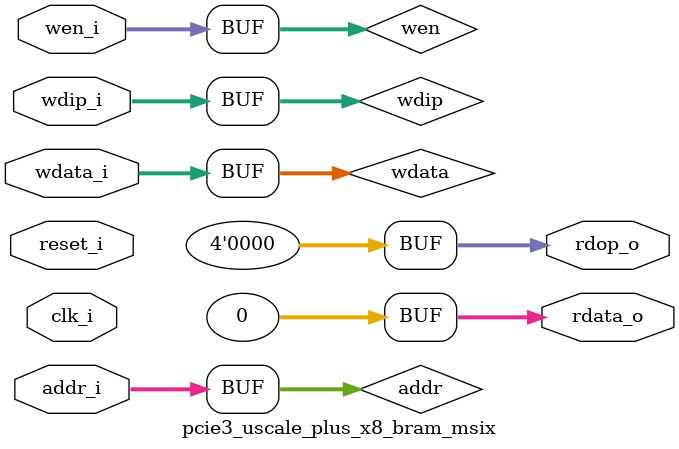
<source format=v>
`timescale 1ps/1ps

(* DowngradeIPIdentifiedWarnings = "yes" *)
module pcie3_uscale_plus_x8_bram_msix #(

  parameter           TCQ = 100
, parameter           TO_RAM_PIPELINE="FALSE"
, parameter           FROM_RAM_PIPELINE="FALSE"
, parameter           MSIX_CAP_TABLE_SIZE=11'h0
, parameter           MSIX_TABLE_RAM_ENABLE="FALSE"

  ) (

  input  wire         clk_i,
  input  wire         reset_i,

  input  wire  [12:0] addr_i,
  input  wire  [31:0] wdata_i,
  input  wire   [3:0] wdip_i,
  input  wire   [3:0] wen_i,
  output wire  [31:0] rdata_o,
  output wire   [3:0] rdop_o

  );

  // WIP : Use Total number of functions (PFs + VFs) to calculate the NUM_BRAM_4K
  localparam integer NUM_BRAM_4K = (MSIX_TABLE_RAM_ENABLE == "TRUE") ? 8 : 0 ;
 

  reg          [12:0] addr;
  reg          [12:0] addr_p0;
  reg          [12:0] addr_p1;
  reg          [31:0] wdata;
  reg           [3:0] wdip;
  reg           [3:0] wen;
  reg          [31:0] reg_rdata;
  reg           [3:0] reg_rdop;
  wire         [31:0] rdata;
  wire          [3:0] rdop;
  genvar              i;
  wire    [(8*4)-1:0] bram_4k_wen;
  wire   [(8*32)-1:0] rdata_t;
  wire    [(8*4)-1:0] rdop_t;

  //
  // Optional input pipe stages
  //
  generate

    if (TO_RAM_PIPELINE == "TRUE") begin : TORAMPIPELINE

      always @(posedge clk_i) begin
     
        if (reset_i) begin

          addr <= #(TCQ) 13'b0;
          wdata <= #(TCQ) 32'b0;
          wdip <= #(TCQ) 4'b0;
          wen <= #(TCQ) 4'b0;

        end else begin

          addr <= #(TCQ) addr_i;
          wdata <= #(TCQ) wdata_i;
          wdip <= #(TCQ) wdip_i;
          wen <= #(TCQ) wen_i;

        end

      end

    end else begin : NOTORAMPIPELINE

      always @(*) begin

          addr = addr_i;
          wdata = wdata_i;
          wdip = wdip_i;
          wen = wen_i;

      end


    end

  endgenerate

  // 
  // Address pipeline
  //
  always @(posedge clk_i) begin
     
    if (reset_i) begin

      addr_p0 <= #(TCQ) 13'b0;
      addr_p1 <= #(TCQ) 13'b0;

    end else begin

      addr_p0 <= #(TCQ) addr;
      addr_p1 <= #(TCQ) addr_p0;

    end

  end

  //
  // Optional output pipe stages
  //
  generate

    if (FROM_RAM_PIPELINE == "TRUE") begin : FRMRAMPIPELINE


      always @(posedge clk_i) begin
     
        if (reset_i) begin

          reg_rdata <= #(TCQ) 32'b0;
          reg_rdop <= #(TCQ) 4'b0;

        end else begin

          case (addr_p1[12:10]) 
            3'b000 : begin
              reg_rdata <= #(TCQ) rdata_t[(32*(0))+31:(32*(0))+0];
              reg_rdop <= #(TCQ) rdop_t[(4*(0))+3:(4*(0))+0];
            end
            3'b001 : begin
              reg_rdata <= #(TCQ) rdata_t[(32*(1))+31:(32*(1))+0];
              reg_rdop <= #(TCQ) rdop_t[(4*(1))+3:(4*(1))+0];
            end
            3'b010 : begin
              reg_rdata <= #(TCQ) rdata_t[(32*(2))+31:(32*(2))+0];
              reg_rdop <= #(TCQ) rdop_t[(4*(2))+3:(4*(2))+0];
            end
            3'b011 : begin
              reg_rdata <= #(TCQ) rdata_t[(32*(3))+31:(32*(3))+0];
              reg_rdop <= #(TCQ) rdop_t[(4*(3))+3:(4*(3))+0];
            end
            3'b100 : begin
              reg_rdata <= #(TCQ) rdata_t[(32*(4))+31:(32*(4))+0];
              reg_rdop <= #(TCQ) rdop_t[(4*(4))+3:(4*(4))+0];
            end
            3'b101 : begin
              reg_rdata <= #(TCQ) rdata_t[(32*(5))+31:(32*(5))+0];
              reg_rdop <= #(TCQ) rdop_t[(4*(5))+3:(4*(5))+0];
            end
            3'b110 : begin
              reg_rdata <= #(TCQ) rdata_t[(32*(6))+31:(32*(6))+0];
              reg_rdop <= #(TCQ) rdop_t[(4*(6))+3:(4*(6))+0];
            end
            3'b111 : begin
              reg_rdata <= #(TCQ) rdata_t[(32*(7))+31:(32*(7))+0];
              reg_rdop <= #(TCQ) rdop_t[(4*(7))+3:(4*(7))+0];
            end
          endcase

        end

      end

    end else begin : NOFRMRAMPIPELINE

      always @(*) begin

          case (addr_p1[12:10]) 
            3'b000 : begin
              reg_rdata <= #(TCQ) rdata_t[(32*(0))+31:(32*(0))+0];
              reg_rdop <= #(TCQ) rdop_t[(4*(0))+3:(4*(0))+0];
            end
            3'b001 : begin
              reg_rdata <= #(TCQ) rdata_t[(32*(1))+31:(32*(1))+0];
              reg_rdop <= #(TCQ) rdop_t[(4*(1))+3:(4*(1))+0];
            end
            3'b010 : begin
              reg_rdata <= #(TCQ) rdata_t[(32*(2))+31:(32*(2))+0];
              reg_rdop <= #(TCQ) rdop_t[(4*(2))+3:(4*(2))+0];
            end
            3'b011 : begin
              reg_rdata <= #(TCQ) rdata_t[(32*(3))+31:(32*(3))+0];
              reg_rdop <= #(TCQ) rdop_t[(4*(3))+3:(4*(3))+0];
            end
            3'b100 : begin
              reg_rdata <= #(TCQ) rdata_t[(32*(4))+31:(32*(4))+0];
              reg_rdop <= #(TCQ) rdop_t[(4*(4))+3:(4*(4))+0];
            end
            3'b101 : begin
              reg_rdata <= #(TCQ) rdata_t[(32*(5))+31:(32*(5))+0];
              reg_rdop <= #(TCQ) rdop_t[(4*(5))+3:(4*(5))+0];
            end
            3'b110 : begin
              reg_rdata <= #(TCQ) rdata_t[(32*(6))+31:(32*(6))+0];
              reg_rdop <= #(TCQ) rdop_t[(4*(6))+3:(4*(6))+0];
            end
            3'b111 : begin
              reg_rdata <= #(TCQ) rdata_t[(32*(7))+31:(32*(7))+0];
              reg_rdop <= #(TCQ) rdop_t[(4*(7))+3:(4*(7))+0];
            end
          endcase

      end

    end
  
  endgenerate

  assign rdata_o = (MSIX_TABLE_RAM_ENABLE == "TRUE") ?  reg_rdata : 32'h0;
  assign rdop_o = (MSIX_TABLE_RAM_ENABLE == "TRUE") ? reg_rdop : 4'h0;

  generate 
  
    for (i=0; i<NUM_BRAM_4K; i=i+1) begin : BRAM4K

      pcie3_uscale_plus_x8_bram_4k_int #(
          .TCQ(TCQ)
        )
        bram_4k_int (
    
          .clk_i (clk_i),
          .reset_i (reset_i),
    
          .addr_i(addr[9:0]),
          .wdata_i(wdata),
          .wdip_i(wdip),
          .wen_i(bram_4k_wen[(4*(i))+3:(4*(i))+0]),
          .rdata_o(rdata_t[(32*i)+31:(32*i)+0]),
          .rdop_o(rdop_t[(4*i)+3:(4*i)+0]),
          .baddr_i(10'b0),
          .brdata_o()

      );
      assign bram_4k_wen[(4*(i))+3:(4*(i))+0] = wen & {4{(i == addr[12:10])}};  
      
    end

  endgenerate

endmodule

</source>
